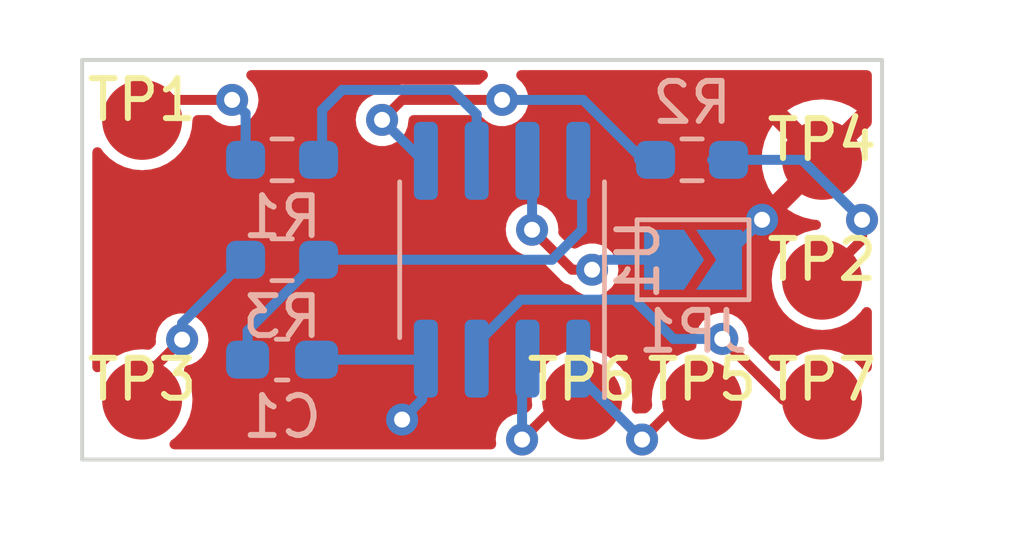
<source format=kicad_pcb>
(kicad_pcb (version 20211014) (generator pcbnew)
  (layers (0 "F.Cu" signal) (31 "B.Cu" signal) (34 "B.Paste" user) (35 "F.Paste" user) (36 "B.SilkS" user "B.Silkscreen") (37 "F.SilkS" user "F.Silkscreen") (38 "B.Mask" user) (39 "F.Mask" user) (44 "Edge.Cuts" user))
  (net 0 "")
  (net 1 "Net-(JP1-Pad1)")
  (net 2 "Net-(C1-Pad1)")
  (net 3 "Net-(R1-Pad2)")
  (net 4 "Net-(R1-Pad1)")
  (net 5 "Net-(TP5-Pad1)")
  (net 6 "Net-(TP6-Pad1)")
  (net 7 "Net-(TP7-Pad1)")
  (net 8 "Net-(R2-Pad1)")
  (net 9 "Net-(R2-Pad2)")
  (net 10 "Net-(R3-Pad1)")
  (net 11 "Earth")
  (footprint "prints:WirePad" (layer "F.Cu") (at 91.5 78.5)
    (fp_text reference "TP3" (at 0 -0.5 unlocked) (layer "F.SilkS"))
    (fp_text value "TestPoint")
    (pad "1" smd circle (at 0 0) (size 2 2) (layers "F.Cu" "F.Paste" "F.Mask") (net 10 "Net-(R3-Pad1)"))
  )
  (footprint "prints:WirePad" (layer "F.Cu") (at 108.5 75.5)
    (fp_text reference "TP2" (at 0 -0.5 unlocked) (layer "F.SilkS"))
    (fp_text value "TestPoint")
    (pad "1" smd circle (at 0 0) (size 2 2) (layers "F.Cu" "F.Paste" "F.Mask") (net 8 "Net-(R2-Pad1)"))
  )
  (footprint "prints:WirePad" (layer "F.Cu") (at 105.5 78.5)
    (fp_text reference "TP5" (at 0 -0.5 unlocked) (layer "F.SilkS"))
    (fp_text value "TestPoint")
    (pad "1" smd circle (at 0 0) (size 2 2) (layers "F.Cu" "F.Paste" "F.Mask") (net 5 "Net-(TP5-Pad1)"))
  )
  (footprint "prints:WirePad" (layer "F.Cu") (at 91.5 71.5)
    (fp_text reference "TP1" (at 0 -0.5 unlocked) (layer "F.SilkS"))
    (fp_text value "TestPoint")
    (pad "1" smd circle (at 0 0) (size 2 2) (layers "F.Cu" "F.Paste" "F.Mask") (net 4 "Net-(R1-Pad1)"))
  )
  (footprint "prints:WirePad" (layer "F.Cu") (at 108.5 72.5)
    (fp_text reference "TP4" (at 0 -0.5 unlocked) (layer "F.SilkS"))
    (fp_text value "TestPoint")
    (pad "1" smd circle (at 0 0) (size 2 2) (layers "F.Cu" "F.Paste" "F.Mask") (net 11 "Earth"))
  )
  (footprint "prints:WirePad" (layer "F.Cu") (at 102.5 78.5)
    (fp_text reference "TP6" (at 0 -0.5 unlocked) (layer "F.SilkS"))
    (fp_text value "TestPoint")
    (pad "1" smd circle (at 0 0) (size 2 2) (layers "F.Cu" "F.Paste" "F.Mask") (net 6 "Net-(TP6-Pad1)"))
  )
  (footprint "prints:WirePad" (layer "F.Cu") (at 108.5 78.5)
    (fp_text reference "TP7" (at 0 -0.5 unlocked) (layer "F.SilkS"))
    (fp_text value "TestPoint")
    (pad "1" smd circle (at 0 0) (size 2 2) (layers "F.Cu" "F.Paste" "F.Mask") (net 7 "Net-(TP7-Pad1)"))
  )
  (footprint "Resistor_SMD:R_0603_1608Metric_Pad0.98x0.95mm_HandSolder" (layer "B.Cu") (at 105.25 72.5 180)
    (fp_text reference "R2" (at 0 1.43) (layer "B.SilkS") (effects (justify mirror)))
    (fp_text value "R_Small")
    (fp_line (start -0.254724 -0.5225) (end 0.254724 -0.5225) (layer "B.SilkS") (width 0.12))
    (fp_line (start -0.254724 0.5225) (end 0.254724 0.5225) (layer "B.SilkS") (width 0.12))
    (pad "1" smd roundrect locked (at -0.9125 0 180) (size 0.975 0.95) (layers "B.Cu" "B.Paste" "B.Mask") (net 8 "Net-(R2-Pad1)"))
    (pad "2" smd roundrect locked (at 0.9125 0 180) (size 0.975 0.95) (layers "B.Cu" "B.Paste" "B.Mask") (net 9 "Net-(R2-Pad2)"))
  )
  (footprint "Package_SO:SOIC-8_3.9x4.9mm_P1.27mm" (layer "B.Cu") (at 100.5 75 90)
    (fp_text reference "U1" (at 0 3.4 90) (layer "B.SilkS") (effects (justify mirror)))
    (fp_text value "WS2811")
    (fp_line (start 0 2.56) (end 1.95 2.56) (layer "B.SilkS") (width 0.12))
    (fp_line (start 0 2.56) (end -3.45 2.56) (layer "B.SilkS") (width 0.12))
    (fp_line (start 0 -2.56) (end -1.95 -2.56) (layer "B.SilkS") (width 0.12))
    (fp_line (start 0 -2.56) (end 1.95 -2.56) (layer "B.SilkS") (width 0.12))
    (pad "1" smd roundrect locked (at -2.475 1.905 90) (size 1.95 0.6) (layers "B.Cu" "B.Paste" "B.Mask") (net 5 "Net-(TP5-Pad1)"))
    (pad "2" smd roundrect locked (at -2.475 0.635 90) (size 1.95 0.6) (layers "B.Cu" "B.Paste" "B.Mask") (net 6 "Net-(TP6-Pad1)"))
    (pad "3" smd roundrect locked (at -2.475 -0.635 90) (size 1.95 0.6) (layers "B.Cu" "B.Paste" "B.Mask") (net 7 "Net-(TP7-Pad1)"))
    (pad "4" smd roundrect locked (at -2.475 -1.905 90) (size 1.95 0.6) (layers "B.Cu" "B.Paste" "B.Mask") (net 11 "Earth"))
    (pad "5" smd roundrect locked (at 2.475 -1.905 90) (size 1.95 0.6) (layers "B.Cu" "B.Paste" "B.Mask") (net 9 "Net-(R2-Pad2)"))
    (pad "6" smd roundrect locked (at 2.475 -0.635 90) (size 1.95 0.6) (layers "B.Cu" "B.Paste" "B.Mask") (net 3 "Net-(R1-Pad2)"))
    (pad "7" smd roundrect locked (at 2.475 0.635 90) (size 1.95 0.6) (layers "B.Cu" "B.Paste" "B.Mask") (net 1 "Net-(JP1-Pad1)"))
    (pad "8" smd roundrect locked (at 2.475 1.905 90) (size 1.95 0.6) (layers "B.Cu" "B.Paste" "B.Mask") (net 2 "Net-(C1-Pad1)"))
  )
  (footprint "Resistor_SMD:R_0603_1608Metric_Pad0.98x0.95mm_HandSolder" (layer "B.Cu") (at 95 75)
    (fp_text reference "R3" (at 0 1.43) (layer "B.SilkS") (effects (justify mirror)))
    (fp_text value "R_Small")
    (fp_line (start -0.254724 -0.5225) (end 0.254724 -0.5225) (layer "B.SilkS") (width 0.12))
    (fp_line (start -0.254724 0.5225) (end 0.254724 0.5225) (layer "B.SilkS") (width 0.12))
    (pad "1" smd roundrect locked (at -0.9125 0) (size 0.975 0.95) (layers "B.Cu" "B.Paste" "B.Mask") (net 10 "Net-(R3-Pad1)"))
    (pad "2" smd roundrect locked (at 0.9125 0) (size 0.975 0.95) (layers "B.Cu" "B.Paste" "B.Mask") (net 2 "Net-(C1-Pad1)"))
  )
  (footprint "Capacitor_SMD:C_0603_1608Metric_Pad1.08x0.95mm_HandSolder" (layer "B.Cu") (at 95 77.5)
    (fp_text reference "C1" (at 0 1.43) (layer "B.SilkS") (effects (justify mirror)))
    (fp_text value "C_Small")
    (fp_line (start -0.146267 -0.51) (end 0.146267 -0.51) (layer "B.SilkS") (width 0.12))
    (fp_line (start -0.146267 0.51) (end 0.146267 0.51) (layer "B.SilkS") (width 0.12))
    (pad "1" smd roundrect locked (at -0.8625 0) (size 1.075 0.95) (layers "B.Cu" "B.Paste" "B.Mask") (net 2 "Net-(C1-Pad1)"))
    (pad "2" smd roundrect locked (at 0.8625 0) (size 1.075 0.95) (layers "B.Cu" "B.Paste" "B.Mask") (net 11 "Earth"))
  )
  (footprint "Jumper:SolderJumper-2_P1.3mm_Open_TrianglePad1.0x1.5mm" (layer "B.Cu") (at 105.275 75)
    (fp_text reference "JP1" (at 0 1.8) (layer "B.SilkS") (effects (justify mirror)))
    (fp_text value "SolderJumper_2_Open")
    (fp_line (start -1.4 -1) (end -1.4 1) (layer "B.SilkS") (width 0.12))
    (fp_line (start 1.4 -1) (end -1.4 -1) (layer "B.SilkS") (width 0.12))
    (fp_line (start 1.4 1) (end 1.4 -1) (layer "B.SilkS") (width 0.12))
    (fp_line (start -1.4 1) (end 1.4 1) (layer "B.SilkS") (width 0.12))
    (pad "1" smd custom locked (at -0.725 0) (size 0.3 0.3) (layers "B.Cu" "B.Mask") (net 1 "Net-(JP1-Pad1)") (options (clearance outline) (anchor rect)) (primitives (gr_poly (pts (xy 1 0) (xy 0.5 0.75) (xy -0.5 0.75) (xy -0.5 -0.75) (xy 0.5 -0.75)) (width 0) (fill yes))))
    (pad "2" smd custom locked (at 0.725 0) (size 0.3 0.3) (layers "B.Cu" "B.Mask") (net 11 "Earth") (options (clearance outline) (anchor rect)) (primitives (gr_poly (pts (xy 0.5 0.75) (xy -0.65 0.75) (xy -0.15 0) (xy -0.65 -0.75) (xy 0.5 -0.75)) (width 0) (fill yes))))
  )
  (footprint "Resistor_SMD:R_0603_1608Metric_Pad0.98x0.95mm_HandSolder" (layer "B.Cu") (at 95 72.5)
    (fp_text reference "R1" (at 0 1.43) (layer "B.SilkS") (effects (justify mirror)))
    (fp_text value "R_Small")
    (fp_line (start -0.254724 -0.5225) (end 0.254724 -0.5225) (layer "B.SilkS") (width 0.12))
    (fp_line (start -0.254724 0.5225) (end 0.254724 0.5225) (layer "B.SilkS") (width 0.12))
    (pad "1" smd roundrect locked (at -0.9125 0) (size 0.975 0.95) (layers "B.Cu" "B.Paste" "B.Mask") (net 4 "Net-(R1-Pad1)"))
    (pad "2" smd roundrect locked (at 0.9125 0) (size 0.975 0.95) (layers "B.Cu" "B.Paste" "B.Mask") (net 3 "Net-(R1-Pad2)"))
  )
  (gr_line (start 110 70) (end 110 80) (layer "Edge.Cuts") (width 0.1))
  (gr_line (start 90 80) (end 90 70) (layer "Edge.Cuts") (width 0.1))
  (gr_line (start 90 70) (end 110 70) (layer "Edge.Cuts") (width 0.1))
  (gr_line (start 110 80) (end 90 80) (layer "Edge.Cuts") (width 0.1))
  (segment (start 102.75 75.25) (end 102.25 75.25) (width 0.25) (layer "F.Cu") (net 1))
  (segment (start 102.25 75.25) (end 101.25 74.25) (width 0.25) (layer "F.Cu") (net 1))
  (via (at 102.75 75.25) (size 0.8) (drill 0.4) (layers "F.Cu" "B.Cu") (net 1))
  (via (at 101.25 74.25) (size 0.8) (drill 0.4) (layers "F.Cu" "B.Cu") (net 1))
  (segment (start 101.25 74.25) (end 101.25 72.64) (width 0.25) (layer "B.Cu") (net 1))
  (segment (start 101.25 72.64) (end 101.135 72.525) (width 0.25) (layer "B.Cu") (net 1))
  (segment (start 103 75) (end 102.75 75.25) (width 0.25) (layer "B.Cu") (net 1))
  (segment (start 104.3 75) (end 103 75) (width 0.25) (layer "B.Cu") (net 1))
  (segment (start 94.1375 77.5) (end 94.1375 76.775) (width 0.25) (layer "B.Cu") (net 2))
  (segment (start 102.5 74.25) (end 102.5 72.62) (width 0.25) (layer "B.Cu") (net 2))
  (segment (start 102.5 72.62) (end 102.405 72.525) (width 0.25) (layer "B.Cu") (net 2))
  (segment (start 94.1375 76.775) (end 95.9125 75) (width 0.25) (layer "B.Cu") (net 2))
  (segment (start 95.9125 75) (end 101.75 75) (width 0.25) (layer "B.Cu") (net 2))
  (segment (start 101.75 75) (end 102.5 74.25) (width 0.25) (layer "B.Cu") (net 2))
  (segment (start 99.865 71.365) (end 99.25 70.75) (width 0.25) (layer "B.Cu") (net 3))
  (segment (start 99.865 72.525) (end 99.865 71.365) (width 0.25) (layer "B.Cu") (net 3))
  (segment (start 96 71.25) (end 96 72.4125) (width 0.25) (layer "B.Cu") (net 3))
  (segment (start 96.5 70.75) (end 96 71.25) (width 0.25) (layer "B.Cu") (net 3))
  (segment (start 99.25 70.75) (end 96.5 70.75) (width 0.25) (layer "B.Cu") (net 3))
  (segment (start 96 72.4125) (end 95.9125 72.5) (width 0.25) (layer "B.Cu") (net 3))
  (segment (start 93.75 71) (end 92 71) (width 0.25) (layer "F.Cu") (net 4))
  (segment (start 92 71) (end 91.5 71.5) (width 0.25) (layer "F.Cu") (net 4))
  (via (at 93.75 71) (size 0.8) (drill 0.4) (layers "F.Cu" "B.Cu") (net 4))
  (segment (start 94.0875 72.5) (end 94.0875 71.3375) (width 0.25) (layer "B.Cu") (net 4))
  (segment (start 94.0875 71.3375) (end 93.75 71) (width 0.25) (layer "B.Cu") (net 4))
  (segment (start 105 78.5) (end 104 79.5) (width 0.25) (layer "F.Cu") (net 5))
  (segment (start 105.5 78.5) (end 105 78.5) (width 0.25) (layer "F.Cu") (net 5))
  (via (at 104 79.5) (size 0.8) (drill 0.4) (layers "F.Cu" "B.Cu") (net 5))
  (segment (start 102.405 77.905) (end 102.405 77.475) (width 0.25) (layer "B.Cu") (net 5))
  (segment (start 104 79.5) (end 102.405 77.905) (width 0.25) (layer "B.Cu") (net 5))
  (segment (start 102 78.5) (end 101 79.5) (width 0.25) (layer "F.Cu") (net 6))
  (segment (start 102.5 78.5) (end 102 78.5) (width 0.25) (layer "F.Cu") (net 6))
  (via (at 101 79.5) (size 0.8) (drill 0.4) (layers "F.Cu" "B.Cu") (net 6))
  (segment (start 101 79.5) (end 101 77.61) (width 0.25) (layer "B.Cu") (net 6))
  (segment (start 101 77.61) (end 101.135 77.475) (width 0.25) (layer "B.Cu") (net 6))
  (segment (start 107.523229 78.5) (end 108.5 78.5) (width 0.25) (layer "F.Cu") (net 7))
  (segment (start 106.005807 76.982578) (end 107.523229 78.5) (width 0.25) (layer "F.Cu") (net 7))
  (via (at 106.005807 76.982578) (size 0.8) (drill 0.4) (layers "F.Cu" "B.Cu") (net 7))
  (segment (start 99.865 77.475) (end 99.865 77.098928) (width 0.25) (layer "B.Cu") (net 7))
  (segment (start 104.787762 76.982578) (end 106.005807 76.982578) (width 0.25) (layer "B.Cu") (net 7))
  (segment (start 103.805184 76) (end 104.787762 76.982578) (width 0.25) (layer "B.Cu") (net 7))
  (segment (start 99.865 77.098928) (end 100.963928 76) (width 0.25) (layer "B.Cu") (net 7))
  (segment (start 100.963928 76) (end 103.805184 76) (width 0.25) (layer "B.Cu") (net 7))
  (segment (start 109.5 74) (end 109.5 74.5) (width 0.25) (layer "F.Cu") (net 8))
  (segment (start 109.5 74.5) (end 108.5 75.5) (width 0.25) (layer "F.Cu") (net 8))
  (via (at 109.5 74) (size 0.8) (drill 0.4) (layers "F.Cu" "B.Cu") (net 8))
  (segment (start 105.75 72.5) (end 108 72.5) (width 0.25) (layer "B.Cu") (net 8))
  (segment (start 108 72.5) (end 109.5 74) (width 0.25) (layer "B.Cu") (net 8))
  (segment (start 97.5 71.5) (end 98 71) (width 0.25) (layer "F.Cu") (net 9))
  (segment (start 98 71) (end 100.5 71) (width 0.25) (layer "F.Cu") (net 9))
  (via (at 97.5 71.5) (size 0.8) (drill 0.4) (layers "F.Cu" "B.Cu") (net 9))
  (via (at 100.5 71) (size 0.8) (drill 0.4) (layers "F.Cu" "B.Cu") (net 9))
  (segment (start 98.595 72.525) (end 98.525 72.525) (width 0.25) (layer "B.Cu") (net 9))
  (segment (start 100.5 71) (end 102.526072 71) (width 0.25) (layer "B.Cu") (net 9))
  (segment (start 103.925 72.398928) (end 103.925 72.5) (width 0.25) (layer "B.Cu") (net 9))
  (segment (start 102.526072 71) (end 103.925 72.398928) (width 0.25) (layer "B.Cu") (net 9))
  (segment (start 98.525 72.525) (end 97.5 71.5) (width 0.25) (layer "B.Cu") (net 9))
  (segment (start 92.5 77) (end 91.5 78) (width 0.25) (layer "F.Cu") (net 10))
  (segment (start 91.5 78) (end 91.5 78.5) (width 0.25) (layer "F.Cu") (net 10))
  (via (at 92.5 77) (size 0.8) (drill 0.4) (layers "F.Cu" "B.Cu") (net 10))
  (segment (start 92.5 76.5875) (end 94.0875 75) (width 0.25) (layer "B.Cu") (net 10))
  (segment (start 92.5 77) (end 92.5 76.5875) (width 0.25) (layer "B.Cu") (net 10))
  (segment (start 107 74) (end 108.5 72.5) (width 0.25) (layer "F.Cu") (net 11))
  (via (at 107 74) (size 0.8) (drill 0.4) (layers "F.Cu" "B.Cu") (net 11))
  (via (at 98 79) (size 0.8) (drill 0.4) (layers "F.Cu" "B.Cu") (net 11))
  (segment (start 98.57 77.5) (end 98.595 77.475) (width 0.25) (layer "B.Cu") (net 11))
  (segment (start 95.8625 77.5) (end 98.57 77.5) (width 0.25) (layer "B.Cu") (net 11))
  (segment (start 98.5 77.57) (end 98.595 77.475) (width 0.25) (layer "B.Cu") (net 11))
  (segment (start 98 79) (end 98.5 78.5) (width 0.25) (layer "B.Cu") (net 11))
  (segment (start 98.5 78.5) (end 98.5 77.57) (width 0.25) (layer "B.Cu") (net 11))
  (segment (start 106 75) (end 107 74) (width 0.25) (layer "B.Cu") (net 11))
  (zone (net 11) (net_name "Earth") (layer "F.Cu") (connect_pads (clearance 0.254)) (min_thickness 0.254) (fill yes (thermal_gap 0.508) (thermal_bridge_width 0.508))
    (polygon (pts (xy 111.5 82) (xy 88.5 82) (xy 88.5 68.5) (xy 111.5 68.5)))
  )
)
</source>
